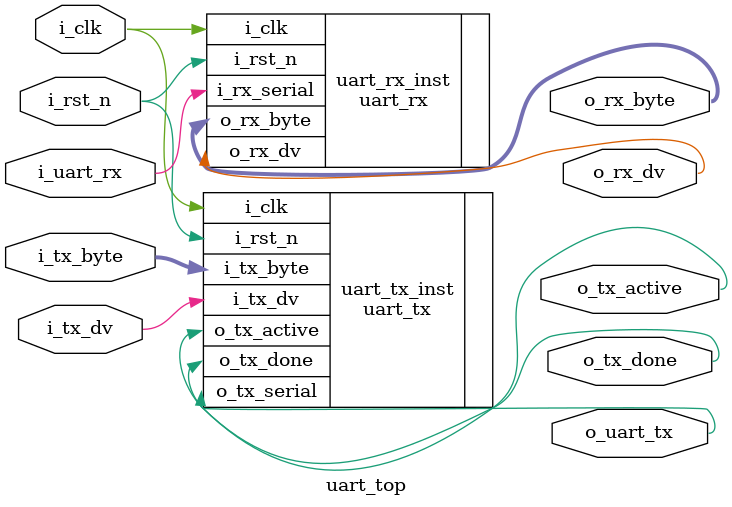
<source format=sv>

module uart_top #(
    parameter CLK_FREQ_HZ = 25_000_000,  // Clock do sistema (25 MHz - Colorlight i9)
    parameter BAUD_RATE   = 115200        // Taxa de transmissão
) (
    // Sinais do sistema
    input  logic       i_clk,          
    input  logic       i_rst_n,        
    
    // Interface UART física
    input  logic       i_uart_rx,      
    output logic       o_uart_tx,      
    
    // Interface de transmissão
    input  logic       i_tx_dv,        
    input  logic [7:0] i_tx_byte,      
    output logic       o_tx_active,    
    output logic       o_tx_done,      
    
    // Interface de recepção
    output logic       o_rx_dv,        
    output logic [7:0] o_rx_byte       
);

    // Calcula CLKS_PER_BIT: 25,000,000 / 115,200 ≈ 217
    localparam int CLKS_PER_BIT = CLK_FREQ_HZ / BAUD_RATE;
    
    // Instancia transmissor UART
    uart_tx #(
        .CLKS_PER_BIT(CLKS_PER_BIT)
    ) uart_tx_inst (
        .i_clk       (i_clk),
        .i_rst_n     (i_rst_n),
        .i_tx_dv     (i_tx_dv),
        .i_tx_byte   (i_tx_byte),
        .o_tx_serial (o_uart_tx),
        .o_tx_active (o_tx_active),
        .o_tx_done   (o_tx_done)
    );
    
    // Instancia receptor UART
    uart_rx #(
        .CLKS_PER_BIT(CLKS_PER_BIT)
    ) uart_rx_inst (
        .i_clk       (i_clk),
        .i_rst_n     (i_rst_n),
        .i_rx_serial (i_uart_rx),
        .o_rx_dv     (o_rx_dv),
        .o_rx_byte   (o_rx_byte)
    );

endmodule
</source>
